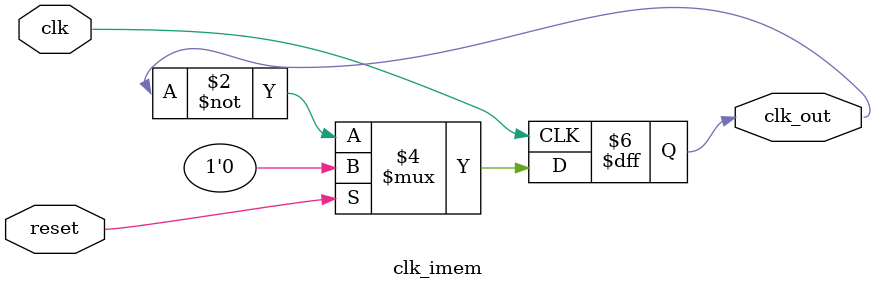
<source format=v>
module clk_imem (clk, reset, clk_out);
	output reg clk_out;
	input clk ;
	input reset;

	/*initial
	begin
		clk_out = 1'b0;
   end*/
	
	always @(negedge clk)
	begin
	if (reset)
		clk_out <= 1'b0;
	else
		clk_out <= ~clk_out;	
	end
endmodule
</source>
